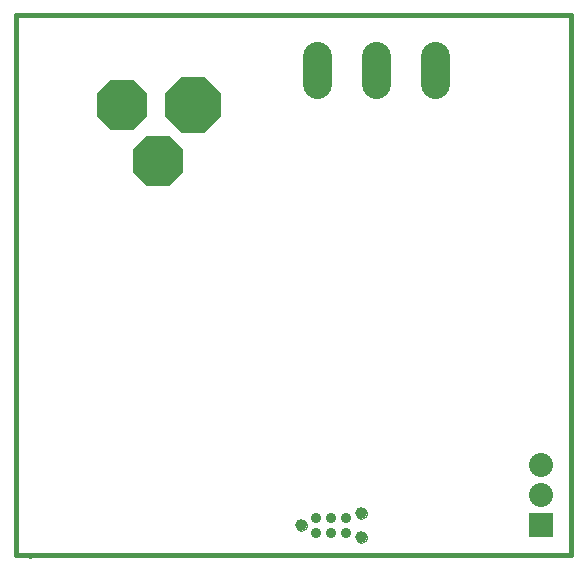
<source format=gbs>
G75*
%MOIN*%
%OFA0B0*%
%FSLAX25Y25*%
%IPPOS*%
%LPD*%
%AMOC8*
5,1,8,0,0,1.08239X$1,22.5*
%
%ADD10C,0.00000*%
%ADD11C,0.01600*%
%ADD12OC8,0.18573*%
%ADD13OC8,0.16998*%
%ADD14R,0.08000X0.08000*%
%ADD15C,0.08000*%
%ADD16C,0.03500*%
%ADD17C,0.03900*%
%ADD18C,0.09770*%
D10*
X0005500Y0003008D02*
X0010500Y0002008D01*
X0098750Y0013008D02*
X0098752Y0013091D01*
X0098758Y0013174D01*
X0098768Y0013257D01*
X0098782Y0013339D01*
X0098799Y0013421D01*
X0098821Y0013501D01*
X0098846Y0013580D01*
X0098875Y0013658D01*
X0098908Y0013735D01*
X0098945Y0013810D01*
X0098984Y0013883D01*
X0099028Y0013954D01*
X0099074Y0014023D01*
X0099124Y0014090D01*
X0099177Y0014154D01*
X0099233Y0014216D01*
X0099292Y0014275D01*
X0099354Y0014331D01*
X0099418Y0014384D01*
X0099485Y0014434D01*
X0099554Y0014480D01*
X0099625Y0014524D01*
X0099698Y0014563D01*
X0099773Y0014600D01*
X0099850Y0014633D01*
X0099928Y0014662D01*
X0100007Y0014687D01*
X0100087Y0014709D01*
X0100169Y0014726D01*
X0100251Y0014740D01*
X0100334Y0014750D01*
X0100417Y0014756D01*
X0100500Y0014758D01*
X0100583Y0014756D01*
X0100666Y0014750D01*
X0100749Y0014740D01*
X0100831Y0014726D01*
X0100913Y0014709D01*
X0100993Y0014687D01*
X0101072Y0014662D01*
X0101150Y0014633D01*
X0101227Y0014600D01*
X0101302Y0014563D01*
X0101375Y0014524D01*
X0101446Y0014480D01*
X0101515Y0014434D01*
X0101582Y0014384D01*
X0101646Y0014331D01*
X0101708Y0014275D01*
X0101767Y0014216D01*
X0101823Y0014154D01*
X0101876Y0014090D01*
X0101926Y0014023D01*
X0101972Y0013954D01*
X0102016Y0013883D01*
X0102055Y0013810D01*
X0102092Y0013735D01*
X0102125Y0013658D01*
X0102154Y0013580D01*
X0102179Y0013501D01*
X0102201Y0013421D01*
X0102218Y0013339D01*
X0102232Y0013257D01*
X0102242Y0013174D01*
X0102248Y0013091D01*
X0102250Y0013008D01*
X0102248Y0012925D01*
X0102242Y0012842D01*
X0102232Y0012759D01*
X0102218Y0012677D01*
X0102201Y0012595D01*
X0102179Y0012515D01*
X0102154Y0012436D01*
X0102125Y0012358D01*
X0102092Y0012281D01*
X0102055Y0012206D01*
X0102016Y0012133D01*
X0101972Y0012062D01*
X0101926Y0011993D01*
X0101876Y0011926D01*
X0101823Y0011862D01*
X0101767Y0011800D01*
X0101708Y0011741D01*
X0101646Y0011685D01*
X0101582Y0011632D01*
X0101515Y0011582D01*
X0101446Y0011536D01*
X0101375Y0011492D01*
X0101302Y0011453D01*
X0101227Y0011416D01*
X0101150Y0011383D01*
X0101072Y0011354D01*
X0100993Y0011329D01*
X0100913Y0011307D01*
X0100831Y0011290D01*
X0100749Y0011276D01*
X0100666Y0011266D01*
X0100583Y0011260D01*
X0100500Y0011258D01*
X0100417Y0011260D01*
X0100334Y0011266D01*
X0100251Y0011276D01*
X0100169Y0011290D01*
X0100087Y0011307D01*
X0100007Y0011329D01*
X0099928Y0011354D01*
X0099850Y0011383D01*
X0099773Y0011416D01*
X0099698Y0011453D01*
X0099625Y0011492D01*
X0099554Y0011536D01*
X0099485Y0011582D01*
X0099418Y0011632D01*
X0099354Y0011685D01*
X0099292Y0011741D01*
X0099233Y0011800D01*
X0099177Y0011862D01*
X0099124Y0011926D01*
X0099074Y0011993D01*
X0099028Y0012062D01*
X0098984Y0012133D01*
X0098945Y0012206D01*
X0098908Y0012281D01*
X0098875Y0012358D01*
X0098846Y0012436D01*
X0098821Y0012515D01*
X0098799Y0012595D01*
X0098782Y0012677D01*
X0098768Y0012759D01*
X0098758Y0012842D01*
X0098752Y0012925D01*
X0098750Y0013008D01*
X0118750Y0009008D02*
X0118752Y0009091D01*
X0118758Y0009174D01*
X0118768Y0009257D01*
X0118782Y0009339D01*
X0118799Y0009421D01*
X0118821Y0009501D01*
X0118846Y0009580D01*
X0118875Y0009658D01*
X0118908Y0009735D01*
X0118945Y0009810D01*
X0118984Y0009883D01*
X0119028Y0009954D01*
X0119074Y0010023D01*
X0119124Y0010090D01*
X0119177Y0010154D01*
X0119233Y0010216D01*
X0119292Y0010275D01*
X0119354Y0010331D01*
X0119418Y0010384D01*
X0119485Y0010434D01*
X0119554Y0010480D01*
X0119625Y0010524D01*
X0119698Y0010563D01*
X0119773Y0010600D01*
X0119850Y0010633D01*
X0119928Y0010662D01*
X0120007Y0010687D01*
X0120087Y0010709D01*
X0120169Y0010726D01*
X0120251Y0010740D01*
X0120334Y0010750D01*
X0120417Y0010756D01*
X0120500Y0010758D01*
X0120583Y0010756D01*
X0120666Y0010750D01*
X0120749Y0010740D01*
X0120831Y0010726D01*
X0120913Y0010709D01*
X0120993Y0010687D01*
X0121072Y0010662D01*
X0121150Y0010633D01*
X0121227Y0010600D01*
X0121302Y0010563D01*
X0121375Y0010524D01*
X0121446Y0010480D01*
X0121515Y0010434D01*
X0121582Y0010384D01*
X0121646Y0010331D01*
X0121708Y0010275D01*
X0121767Y0010216D01*
X0121823Y0010154D01*
X0121876Y0010090D01*
X0121926Y0010023D01*
X0121972Y0009954D01*
X0122016Y0009883D01*
X0122055Y0009810D01*
X0122092Y0009735D01*
X0122125Y0009658D01*
X0122154Y0009580D01*
X0122179Y0009501D01*
X0122201Y0009421D01*
X0122218Y0009339D01*
X0122232Y0009257D01*
X0122242Y0009174D01*
X0122248Y0009091D01*
X0122250Y0009008D01*
X0122248Y0008925D01*
X0122242Y0008842D01*
X0122232Y0008759D01*
X0122218Y0008677D01*
X0122201Y0008595D01*
X0122179Y0008515D01*
X0122154Y0008436D01*
X0122125Y0008358D01*
X0122092Y0008281D01*
X0122055Y0008206D01*
X0122016Y0008133D01*
X0121972Y0008062D01*
X0121926Y0007993D01*
X0121876Y0007926D01*
X0121823Y0007862D01*
X0121767Y0007800D01*
X0121708Y0007741D01*
X0121646Y0007685D01*
X0121582Y0007632D01*
X0121515Y0007582D01*
X0121446Y0007536D01*
X0121375Y0007492D01*
X0121302Y0007453D01*
X0121227Y0007416D01*
X0121150Y0007383D01*
X0121072Y0007354D01*
X0120993Y0007329D01*
X0120913Y0007307D01*
X0120831Y0007290D01*
X0120749Y0007276D01*
X0120666Y0007266D01*
X0120583Y0007260D01*
X0120500Y0007258D01*
X0120417Y0007260D01*
X0120334Y0007266D01*
X0120251Y0007276D01*
X0120169Y0007290D01*
X0120087Y0007307D01*
X0120007Y0007329D01*
X0119928Y0007354D01*
X0119850Y0007383D01*
X0119773Y0007416D01*
X0119698Y0007453D01*
X0119625Y0007492D01*
X0119554Y0007536D01*
X0119485Y0007582D01*
X0119418Y0007632D01*
X0119354Y0007685D01*
X0119292Y0007741D01*
X0119233Y0007800D01*
X0119177Y0007862D01*
X0119124Y0007926D01*
X0119074Y0007993D01*
X0119028Y0008062D01*
X0118984Y0008133D01*
X0118945Y0008206D01*
X0118908Y0008281D01*
X0118875Y0008358D01*
X0118846Y0008436D01*
X0118821Y0008515D01*
X0118799Y0008595D01*
X0118782Y0008677D01*
X0118768Y0008759D01*
X0118758Y0008842D01*
X0118752Y0008925D01*
X0118750Y0009008D01*
X0118750Y0017008D02*
X0118752Y0017091D01*
X0118758Y0017174D01*
X0118768Y0017257D01*
X0118782Y0017339D01*
X0118799Y0017421D01*
X0118821Y0017501D01*
X0118846Y0017580D01*
X0118875Y0017658D01*
X0118908Y0017735D01*
X0118945Y0017810D01*
X0118984Y0017883D01*
X0119028Y0017954D01*
X0119074Y0018023D01*
X0119124Y0018090D01*
X0119177Y0018154D01*
X0119233Y0018216D01*
X0119292Y0018275D01*
X0119354Y0018331D01*
X0119418Y0018384D01*
X0119485Y0018434D01*
X0119554Y0018480D01*
X0119625Y0018524D01*
X0119698Y0018563D01*
X0119773Y0018600D01*
X0119850Y0018633D01*
X0119928Y0018662D01*
X0120007Y0018687D01*
X0120087Y0018709D01*
X0120169Y0018726D01*
X0120251Y0018740D01*
X0120334Y0018750D01*
X0120417Y0018756D01*
X0120500Y0018758D01*
X0120583Y0018756D01*
X0120666Y0018750D01*
X0120749Y0018740D01*
X0120831Y0018726D01*
X0120913Y0018709D01*
X0120993Y0018687D01*
X0121072Y0018662D01*
X0121150Y0018633D01*
X0121227Y0018600D01*
X0121302Y0018563D01*
X0121375Y0018524D01*
X0121446Y0018480D01*
X0121515Y0018434D01*
X0121582Y0018384D01*
X0121646Y0018331D01*
X0121708Y0018275D01*
X0121767Y0018216D01*
X0121823Y0018154D01*
X0121876Y0018090D01*
X0121926Y0018023D01*
X0121972Y0017954D01*
X0122016Y0017883D01*
X0122055Y0017810D01*
X0122092Y0017735D01*
X0122125Y0017658D01*
X0122154Y0017580D01*
X0122179Y0017501D01*
X0122201Y0017421D01*
X0122218Y0017339D01*
X0122232Y0017257D01*
X0122242Y0017174D01*
X0122248Y0017091D01*
X0122250Y0017008D01*
X0122248Y0016925D01*
X0122242Y0016842D01*
X0122232Y0016759D01*
X0122218Y0016677D01*
X0122201Y0016595D01*
X0122179Y0016515D01*
X0122154Y0016436D01*
X0122125Y0016358D01*
X0122092Y0016281D01*
X0122055Y0016206D01*
X0122016Y0016133D01*
X0121972Y0016062D01*
X0121926Y0015993D01*
X0121876Y0015926D01*
X0121823Y0015862D01*
X0121767Y0015800D01*
X0121708Y0015741D01*
X0121646Y0015685D01*
X0121582Y0015632D01*
X0121515Y0015582D01*
X0121446Y0015536D01*
X0121375Y0015492D01*
X0121302Y0015453D01*
X0121227Y0015416D01*
X0121150Y0015383D01*
X0121072Y0015354D01*
X0120993Y0015329D01*
X0120913Y0015307D01*
X0120831Y0015290D01*
X0120749Y0015276D01*
X0120666Y0015266D01*
X0120583Y0015260D01*
X0120500Y0015258D01*
X0120417Y0015260D01*
X0120334Y0015266D01*
X0120251Y0015276D01*
X0120169Y0015290D01*
X0120087Y0015307D01*
X0120007Y0015329D01*
X0119928Y0015354D01*
X0119850Y0015383D01*
X0119773Y0015416D01*
X0119698Y0015453D01*
X0119625Y0015492D01*
X0119554Y0015536D01*
X0119485Y0015582D01*
X0119418Y0015632D01*
X0119354Y0015685D01*
X0119292Y0015741D01*
X0119233Y0015800D01*
X0119177Y0015862D01*
X0119124Y0015926D01*
X0119074Y0015993D01*
X0119028Y0016062D01*
X0118984Y0016133D01*
X0118945Y0016206D01*
X0118908Y0016281D01*
X0118875Y0016358D01*
X0118846Y0016436D01*
X0118821Y0016515D01*
X0118799Y0016595D01*
X0118782Y0016677D01*
X0118768Y0016759D01*
X0118758Y0016842D01*
X0118752Y0016925D01*
X0118750Y0017008D01*
D11*
X0005500Y0003008D02*
X0005500Y0183008D01*
X0190500Y0183008D01*
X0190500Y0003008D01*
X0005500Y0003008D01*
D12*
X0064437Y0153008D03*
D13*
X0040815Y0153008D03*
X0052626Y0134504D03*
D14*
X0180500Y0013008D03*
D15*
X0180500Y0023008D03*
X0180500Y0033008D03*
D16*
X0115500Y0015508D03*
X0110500Y0015508D03*
X0105500Y0015508D03*
X0105500Y0010508D03*
X0110500Y0010508D03*
X0115500Y0010508D03*
D17*
X0120500Y0009008D03*
X0120500Y0017008D03*
X0100500Y0013008D03*
D18*
X0105815Y0160095D02*
X0105815Y0169465D01*
X0125500Y0169465D02*
X0125500Y0160095D01*
X0145185Y0160095D02*
X0145185Y0169465D01*
M02*

</source>
